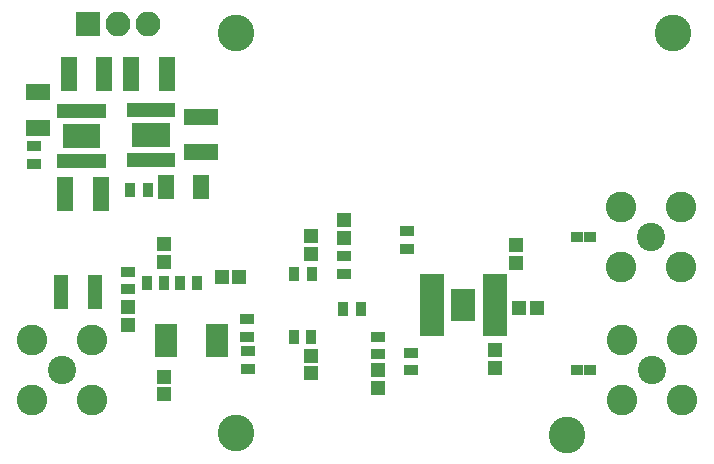
<source format=gbr>
G04 #@! TF.FileFunction,Soldermask,Top*
%FSLAX46Y46*%
G04 Gerber Fmt 4.6, Leading zero omitted, Abs format (unit mm)*
G04 Created by KiCad (PCBNEW 4.0.6) date 02/20/19 11:59:32*
%MOMM*%
%LPD*%
G01*
G04 APERTURE LIST*
%ADD10C,0.100000*%
%ADD11R,1.000000X0.900000*%
%ADD12R,1.400000X2.900000*%
%ADD13R,1.200000X1.150000*%
%ADD14R,1.150000X1.200000*%
%ADD15R,1.400000X2.000000*%
%ADD16R,2.000000X1.400000*%
%ADD17R,2.900000X1.400000*%
%ADD18C,2.600000*%
%ADD19C,2.400000*%
%ADD20R,2.100000X2.100000*%
%ADD21O,2.100000X2.100000*%
%ADD22R,0.900000X1.300000*%
%ADD23R,1.300000X0.900000*%
%ADD24R,2.000000X0.810000*%
%ADD25R,2.150000X2.700000*%
%ADD26R,0.820000X1.290000*%
%ADD27R,1.112500X1.225000*%
%ADD28R,1.300000X2.900000*%
%ADD29C,3.100000*%
%ADD30R,1.850000X0.850000*%
G04 APERTURE END LIST*
D10*
D11*
X139800000Y-82500000D03*
X140900000Y-82500000D03*
X139850000Y-71300000D03*
X140950000Y-71300000D03*
D12*
X105100000Y-57500000D03*
X102100000Y-57500000D03*
X96800000Y-57500000D03*
X99800000Y-57500000D03*
D13*
X136450000Y-77300000D03*
X134950000Y-77300000D03*
D14*
X134700000Y-71950000D03*
X134700000Y-73450000D03*
D15*
X105000000Y-67000000D03*
X108000000Y-67000000D03*
D16*
X94200000Y-62000000D03*
X94200000Y-59000000D03*
D14*
X132900000Y-82350000D03*
X132900000Y-80850000D03*
X120100000Y-69850000D03*
X120100000Y-71350000D03*
D17*
X108000000Y-64100000D03*
X108000000Y-61100000D03*
D12*
X99500000Y-67600000D03*
X96500000Y-67600000D03*
D14*
X117300000Y-81300000D03*
X117300000Y-82800000D03*
X117350000Y-71200000D03*
X117350000Y-72700000D03*
X104902000Y-71894000D03*
X104902000Y-73394000D03*
X101854000Y-78728000D03*
X101854000Y-77228000D03*
X104894000Y-84582000D03*
X104894000Y-83082000D03*
D13*
X111240000Y-74676000D03*
X109740000Y-74676000D03*
D18*
X143660000Y-85040000D03*
X143660000Y-79960000D03*
X148740000Y-79960000D03*
X148740000Y-85040000D03*
D19*
X146200000Y-82500000D03*
D18*
X143560000Y-73840000D03*
X143560000Y-68760000D03*
X148640000Y-68760000D03*
X148640000Y-73840000D03*
D19*
X146100000Y-71300000D03*
D18*
X93726000Y-85090000D03*
X93726000Y-80010000D03*
X98806000Y-80010000D03*
X98806000Y-85090000D03*
D19*
X96266000Y-82550000D03*
D20*
X98420000Y-53200000D03*
D21*
X100960000Y-53200000D03*
X103500000Y-53200000D03*
D22*
X103500000Y-67300000D03*
X102000000Y-67300000D03*
D23*
X93900000Y-63600000D03*
X93900000Y-65100000D03*
X125450000Y-70800000D03*
X125450000Y-72300000D03*
X122950000Y-81200000D03*
X122950000Y-79700000D03*
X120100000Y-72900000D03*
X120100000Y-74400000D03*
X125800000Y-82550000D03*
X125800000Y-81050000D03*
D22*
X120050000Y-77350000D03*
X121550000Y-77350000D03*
X115850000Y-79700000D03*
X117350000Y-79700000D03*
X115900000Y-74400000D03*
X117400000Y-74400000D03*
D23*
X111950000Y-80950000D03*
X111950000Y-82450000D03*
X111900000Y-78200000D03*
X111900000Y-79700000D03*
D22*
X106184000Y-75184000D03*
X107684000Y-75184000D03*
D23*
X101854000Y-74192000D03*
X101854000Y-75692000D03*
D22*
X103402000Y-75184000D03*
X104902000Y-75184000D03*
D24*
X132854300Y-79240000D03*
X132854300Y-78605000D03*
X132854300Y-77970000D03*
X132854300Y-77335000D03*
X132854300Y-76700000D03*
X132854300Y-76065000D03*
X132854300Y-75430000D03*
X132854300Y-74795000D03*
X127545700Y-74795000D03*
X127545700Y-75430000D03*
X127545700Y-76065000D03*
X127545700Y-76700000D03*
X127545700Y-77335000D03*
X127545700Y-77970000D03*
X127545700Y-78605000D03*
X127545700Y-79240000D03*
D25*
X130200000Y-76987500D03*
D26*
X105400000Y-60500000D03*
X104750000Y-60500000D03*
X104100000Y-60500000D03*
X103450000Y-60500000D03*
X102800000Y-60500000D03*
X102150000Y-60500000D03*
X102150000Y-64710000D03*
X102800000Y-64710000D03*
X103450000Y-64710000D03*
X104100000Y-64710000D03*
X104750000Y-64710000D03*
X105400000Y-64710000D03*
D27*
X102706250Y-63017500D03*
X103418750Y-63017500D03*
X104131250Y-63017500D03*
X104843750Y-63017500D03*
X102706250Y-62192500D03*
X103418750Y-62192500D03*
X104131250Y-62192500D03*
X104843750Y-62192500D03*
D26*
X99500000Y-60590000D03*
X98850000Y-60590000D03*
X98200000Y-60590000D03*
X97550000Y-60590000D03*
X96900000Y-60590000D03*
X96250000Y-60590000D03*
X96250000Y-64800000D03*
X96900000Y-64800000D03*
X97550000Y-64800000D03*
X98200000Y-64800000D03*
X98850000Y-64800000D03*
X99500000Y-64800000D03*
D27*
X96806250Y-63107500D03*
X97518750Y-63107500D03*
X98231250Y-63107500D03*
X98943750Y-63107500D03*
X96806250Y-62282500D03*
X97518750Y-62282500D03*
X98231250Y-62282500D03*
X98943750Y-62282500D03*
D14*
X122950000Y-84050000D03*
X122950000Y-82550000D03*
D28*
X96160000Y-75946000D03*
X99060000Y-75946000D03*
D29*
X148000000Y-54000000D03*
X111000000Y-87884000D03*
X111000000Y-54000000D03*
X139000000Y-88000000D03*
D30*
X105000000Y-79050000D03*
X105000000Y-79700000D03*
X105000000Y-80350000D03*
X105000000Y-81000000D03*
X109400000Y-81000000D03*
X109400000Y-80350000D03*
X109400000Y-79700000D03*
X109400000Y-79050000D03*
M02*

</source>
